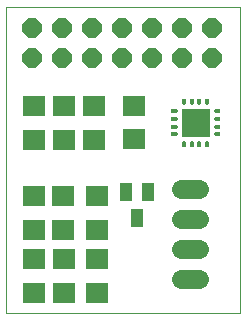
<source format=gts>
G75*
%MOIN*%
%OFA0B0*%
%FSLAX25Y25*%
%IPPOS*%
%LPD*%
%AMOC8*
5,1,8,0,0,1.08239X$1,22.5*
%
%ADD10C,0.00000*%
%ADD11R,0.07487X0.06699*%
%ADD12C,0.06400*%
%ADD13OC8,0.06400*%
%ADD14R,0.07498X0.06699*%
%ADD15R,0.04337X0.05912*%
%ADD16C,0.01378*%
%ADD17R,0.01476X0.01378*%
%ADD18R,0.01378X0.01476*%
%ADD19R,0.09449X0.09449*%
D10*
X0006500Y0005500D02*
X0006500Y0107500D01*
X0084500Y0107500D01*
X0084500Y0005500D01*
X0006500Y0005500D01*
D11*
X0049250Y0063488D03*
X0049250Y0074512D03*
D12*
X0064750Y0047000D02*
X0070750Y0047000D01*
X0070750Y0037000D02*
X0064750Y0037000D01*
X0064750Y0027000D02*
X0070750Y0027000D01*
X0070750Y0017000D02*
X0064750Y0017000D01*
D13*
X0065250Y0090750D03*
X0065250Y0100750D03*
X0055250Y0100750D03*
X0055250Y0090750D03*
X0045250Y0090750D03*
X0045250Y0100750D03*
X0035250Y0100750D03*
X0035250Y0090750D03*
X0025250Y0090750D03*
X0025250Y0100750D03*
X0015250Y0100750D03*
X0015250Y0090750D03*
X0075250Y0090750D03*
X0075250Y0100750D03*
D14*
X0035750Y0074598D03*
X0035750Y0063402D03*
X0025750Y0063402D03*
X0025750Y0074598D03*
X0015750Y0074598D03*
X0015750Y0063402D03*
X0015750Y0044598D03*
X0015750Y0033402D03*
X0015750Y0023598D03*
X0015750Y0012402D03*
X0025750Y0012402D03*
X0025750Y0023598D03*
X0025500Y0033402D03*
X0025500Y0044598D03*
X0036750Y0044598D03*
X0036750Y0033402D03*
X0036750Y0023598D03*
X0036750Y0012402D03*
D15*
X0050250Y0037169D03*
X0046510Y0045831D03*
X0053990Y0045831D03*
D16*
X0065911Y0062307D03*
X0068470Y0062307D03*
X0071030Y0062307D03*
X0073589Y0062307D03*
X0076443Y0065161D03*
X0076443Y0067720D03*
X0076443Y0070280D03*
X0076443Y0072839D03*
X0073589Y0075693D03*
X0071030Y0075693D03*
X0068470Y0075693D03*
X0065911Y0075693D03*
X0063057Y0072839D03*
X0063057Y0070280D03*
X0063057Y0067720D03*
X0063057Y0065161D03*
D17*
X0062319Y0065161D03*
X0062319Y0067720D03*
X0062319Y0070280D03*
X0062319Y0072839D03*
X0077181Y0072839D03*
X0077181Y0070280D03*
X0077181Y0067720D03*
X0077181Y0065161D03*
D18*
X0073589Y0061569D03*
X0071030Y0061569D03*
X0068470Y0061569D03*
X0065911Y0061569D03*
X0065911Y0076431D03*
X0068470Y0076431D03*
X0071030Y0076431D03*
X0073589Y0076431D03*
D19*
X0069750Y0069000D03*
M02*

</source>
